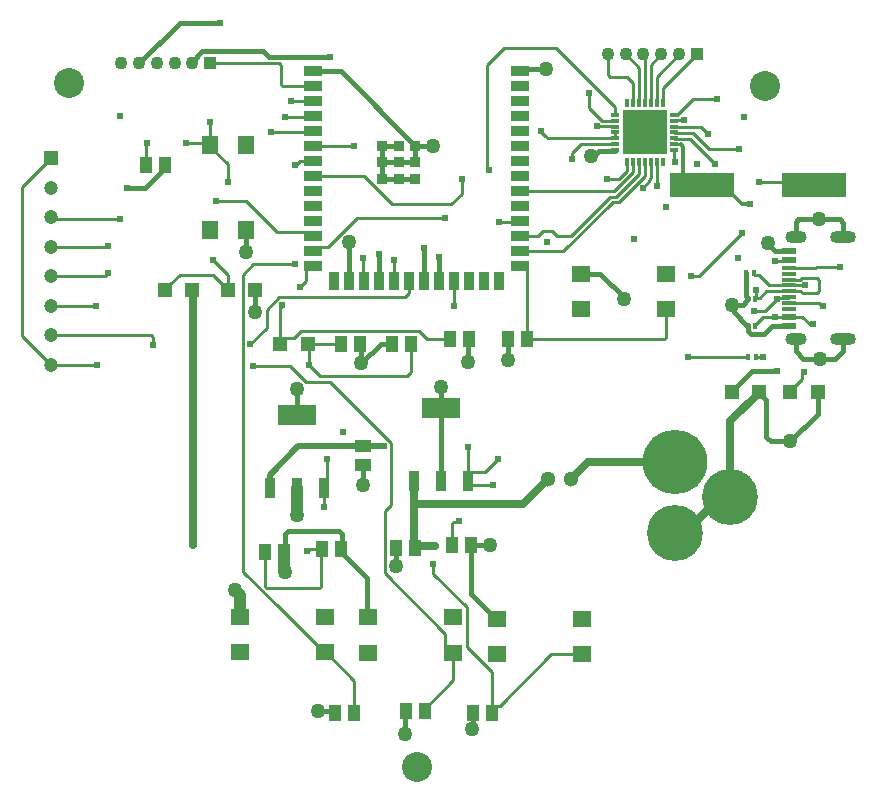
<source format=gbr>
%TF.GenerationSoftware,Altium Limited,Altium Designer,24.10.1 (45)*%
G04 Layer_Physical_Order=1*
G04 Layer_Color=255*
%FSLAX45Y45*%
%MOMM*%
%TF.SameCoordinates,A2E8F698-1A25-487F-A8AF-53517084677A*%
%TF.FilePolarity,Positive*%
%TF.FileFunction,Copper,L1,Top,Signal*%
%TF.Part,Single*%
G01*
G75*
%TA.AperFunction,SMDPad,CuDef*%
%ADD10R,5.50000X2.00000*%
%ADD11R,3.75000X3.75000*%
%ADD12R,0.80000X0.30000*%
%ADD13R,0.30000X0.80000*%
%ADD14R,1.15000X0.60000*%
%ADD15R,1.15000X0.30000*%
%ADD16R,0.35000X0.60000*%
%ADD17R,1.47000X1.02000*%
%ADD18R,1.02000X1.47000*%
%ADD19R,3.20000X1.80000*%
%ADD20R,0.95000X1.80000*%
%ADD21R,1.15000X1.25000*%
%ADD22R,1.60000X1.40000*%
%TA.AperFunction,ConnectorPad*%
%ADD23R,1.50000X0.90000*%
%ADD24R,0.90000X1.50000*%
%TA.AperFunction,BGAPad,CuDef*%
%ADD25R,0.90000X0.90000*%
%TA.AperFunction,SMDPad,CuDef*%
%ADD26R,1.40000X1.60000*%
%TA.AperFunction,Conductor*%
%ADD27C,0.25400*%
%ADD28C,0.30480*%
%ADD29C,0.38100*%
%ADD30C,1.01600*%
%ADD31C,0.63500*%
%ADD32C,0.50800*%
%ADD33C,0.66040*%
%TA.AperFunction,ViaPad*%
%ADD34C,2.54000*%
%TA.AperFunction,ComponentPad*%
G04:AMPARAMS|DCode=35|XSize=1mm|YSize=2.2mm|CornerRadius=0.5mm|HoleSize=0mm|Usage=FLASHONLY|Rotation=90.000|XOffset=0mm|YOffset=0mm|HoleType=Round|Shape=RoundedRectangle|*
%AMROUNDEDRECTD35*
21,1,1.00000,1.20000,0,0,90.0*
21,1,0.00000,2.20000,0,0,90.0*
1,1,1.00000,0.60000,0.00000*
1,1,1.00000,0.60000,0.00000*
1,1,1.00000,-0.60000,0.00000*
1,1,1.00000,-0.60000,0.00000*
%
%ADD35ROUNDEDRECTD35*%
G04:AMPARAMS|DCode=36|XSize=1mm|YSize=1.8mm|CornerRadius=0.5mm|HoleSize=0mm|Usage=FLASHONLY|Rotation=90.000|XOffset=0mm|YOffset=0mm|HoleType=Round|Shape=RoundedRectangle|*
%AMROUNDEDRECTD36*
21,1,1.00000,0.80000,0,0,90.0*
21,1,0.00000,1.80000,0,0,90.0*
1,1,1.00000,0.40000,0.00000*
1,1,1.00000,0.40000,0.00000*
1,1,1.00000,-0.40000,0.00000*
1,1,1.00000,-0.40000,0.00000*
%
%ADD36ROUNDEDRECTD36*%
%ADD37R,1.10000X1.10000*%
%ADD38C,1.10000*%
%ADD39R,1.20000X1.20000*%
%ADD40C,1.20000*%
%ADD41C,1.30000*%
%ADD42C,5.46000*%
%ADD43C,4.74000*%
%TA.AperFunction,ViaPad*%
%ADD44C,0.60960*%
%ADD45C,1.27000*%
D10*
X6261100Y5257800D02*
D03*
X7211101D02*
D03*
D11*
X5778500Y5702300D02*
D03*
D12*
X6028497Y5852297D02*
D03*
Y5802300D02*
D03*
Y5752297D02*
D03*
Y5702300D02*
D03*
Y5652298D02*
D03*
Y5602300D02*
D03*
Y5552298D02*
D03*
X5528498D02*
D03*
Y5602300D02*
D03*
Y5652298D02*
D03*
Y5702300D02*
D03*
Y5752297D02*
D03*
Y5802300D02*
D03*
Y5852297D02*
D03*
D13*
X5928497Y5452298D02*
D03*
X5878500D02*
D03*
X5828497D02*
D03*
X5778500D02*
D03*
X5728498D02*
D03*
X5678495D02*
D03*
X5628498D02*
D03*
Y5952297D02*
D03*
X5678495D02*
D03*
X5728498D02*
D03*
X5778500D02*
D03*
X5828497D02*
D03*
X5878500D02*
D03*
X5928497D02*
D03*
D14*
X6998101Y4701499D02*
D03*
Y4061501D02*
D03*
Y4141500D02*
D03*
Y4621500D02*
D03*
D15*
Y4556501D02*
D03*
Y4506498D02*
D03*
Y4456501D02*
D03*
Y4406499D02*
D03*
Y4356501D02*
D03*
Y4306499D02*
D03*
Y4256502D02*
D03*
Y4206499D02*
D03*
D16*
X6647700Y4292600D02*
D03*
X6712699D02*
D03*
X6700002Y4508500D02*
D03*
X6634998D02*
D03*
X6712702Y4064000D02*
D03*
X6647698D02*
D03*
X6719799Y3797300D02*
D03*
X6654800D02*
D03*
D17*
X3390900Y2888000D02*
D03*
Y3048000D02*
D03*
D18*
X1558300Y5422900D02*
D03*
X1718300D02*
D03*
X4149100Y2209800D02*
D03*
X4309100D02*
D03*
X3670300Y2184400D02*
D03*
X3830300D02*
D03*
X3208000Y2171700D02*
D03*
X3048000D02*
D03*
X2725400Y2146300D02*
D03*
X2565400D02*
D03*
X4127500Y3949700D02*
D03*
X4287500D02*
D03*
X3158500Y787400D02*
D03*
X3318500D02*
D03*
X3209300Y3911600D02*
D03*
X3369300D02*
D03*
X3915400Y800100D02*
D03*
X3755400D02*
D03*
X4779000Y3949700D02*
D03*
X4619000D02*
D03*
X4486900Y787400D02*
D03*
X4326900D02*
D03*
X3641100Y3911600D02*
D03*
X3801100D02*
D03*
D19*
X2830698Y3312404D02*
D03*
X4051300Y3370702D02*
D03*
D20*
X3060700Y2692400D02*
D03*
X2830698D02*
D03*
X2600696D02*
D03*
X3821298Y2750698D02*
D03*
X4051300D02*
D03*
X4281302D02*
D03*
D21*
X6746900Y3505200D02*
D03*
X6511900D02*
D03*
X7242200D02*
D03*
X7007200D02*
D03*
X2692400Y3911600D02*
D03*
X2927401D02*
D03*
X1946300Y4368800D02*
D03*
X1711300D02*
D03*
X2244700D02*
D03*
X2479700D02*
D03*
D22*
X5240701Y4206098D02*
D03*
X5960699D02*
D03*
X5240701Y4506102D02*
D03*
X5960699D02*
D03*
X3069499Y1600200D02*
D03*
X2349500D02*
D03*
X3069499Y1300201D02*
D03*
X2349500D02*
D03*
X5249499Y1585102D02*
D03*
X4529501D02*
D03*
X5249499Y1285098D02*
D03*
X4529501D02*
D03*
X4157299Y1597797D02*
D03*
X3437301D02*
D03*
X4157299Y1297798D02*
D03*
X3437301D02*
D03*
D23*
X2970398Y6220597D02*
D03*
Y6093597D02*
D03*
Y5966597D02*
D03*
Y5839597D02*
D03*
Y5712597D02*
D03*
Y5585597D02*
D03*
Y5458597D02*
D03*
Y5331597D02*
D03*
Y5204597D02*
D03*
Y5077597D02*
D03*
Y4950597D02*
D03*
Y4823597D02*
D03*
Y4696597D02*
D03*
Y4569597D02*
D03*
X4720402D02*
D03*
Y4696597D02*
D03*
Y4823597D02*
D03*
Y4950597D02*
D03*
Y5077597D02*
D03*
Y5204597D02*
D03*
Y5331597D02*
D03*
Y5458597D02*
D03*
Y5585597D02*
D03*
Y5712597D02*
D03*
Y5839597D02*
D03*
Y5966597D02*
D03*
Y6093597D02*
D03*
Y6220597D02*
D03*
D24*
X3146903Y4444599D02*
D03*
X3273903D02*
D03*
X3400903D02*
D03*
X3527903D02*
D03*
X3654903D02*
D03*
X3781903D02*
D03*
X3908903D02*
D03*
X4035903D02*
D03*
X4162903D02*
D03*
X4289903D02*
D03*
X4416903D02*
D03*
X4543903D02*
D03*
D25*
X3695400Y5448600D02*
D03*
Y5588599D02*
D03*
X3555401D02*
D03*
Y5448600D02*
D03*
Y5308600D02*
D03*
X3695400D02*
D03*
X3835400D02*
D03*
Y5448600D02*
D03*
Y5588599D02*
D03*
D26*
X2397902Y4872401D02*
D03*
Y5592399D02*
D03*
X2097898Y4872401D02*
D03*
Y5592399D02*
D03*
D27*
X2463800Y4584700D02*
X2819400D01*
X2374900Y4495800D02*
X2463800Y4584700D01*
X3781903Y4340703D02*
Y4444599D01*
X3748093Y4306893D02*
X3781903Y4340703D01*
X2681109Y4306893D02*
X3748093D01*
X2575712Y4201496D02*
X2681109Y4306893D01*
X2705100Y4232177D02*
Y4241800D01*
X6104907Y5804600D02*
X6111458Y5811151D01*
X6030797Y5804600D02*
X6104907D01*
X6081964Y5749812D02*
X6083616Y5748159D01*
X6034715Y5749997D02*
X6067836D01*
X6068022Y5749812D02*
X6081964D01*
X6067836Y5749997D02*
X6068022Y5749812D01*
X6083616Y5748159D02*
X6253341D01*
X6031953Y5752759D02*
X6034715Y5749997D01*
X6253341Y5748159D02*
X6311900Y5689600D01*
X6028605Y5652406D02*
X6030905Y5650106D01*
X6160894D01*
X6375400Y5435600D01*
X6028499Y5602298D02*
X6083067D01*
X6028497Y5602300D02*
X6028499Y5602298D01*
X7111308Y4469892D02*
X7236821D01*
X7251700Y4455013D01*
X7111308Y4343908D02*
X7236821D01*
X7251700Y4358787D01*
Y4455013D01*
X5234000Y5602300D02*
X5528498D01*
X5161376Y5529676D02*
X5234000Y5602300D01*
X5161376Y5476908D02*
Y5529676D01*
X4954445Y5652298D02*
X5160408D01*
X5161134Y5653024D01*
X5367097D01*
X4874397Y4823597D02*
X4914900Y4864100D01*
X4720402Y4823597D02*
X4874397D01*
X4914900Y4864100D02*
X4991100D01*
X5031603Y4823597D01*
X5150773D01*
X3654903Y4444599D02*
X3657600Y4447296D01*
Y4622800D01*
X2972801Y5588000D02*
X3314700D01*
X2781300Y5969000D02*
X2967995D01*
X2970398Y5966597D01*
X5301796Y5912488D02*
X5411984Y5802300D01*
X5301796Y5912488D02*
Y6038396D01*
X2933700Y3733800D02*
X3029712Y3637788D01*
X2933700Y3733800D02*
Y3905301D01*
X3029712Y3637788D02*
X3762609D01*
X2927401Y3911600D02*
X2933700Y3905301D01*
X2777381Y3721100D02*
X2905905Y3592576D01*
X2463800Y3721100D02*
X2777381D01*
X2600696Y2692400D02*
X2602421Y2694125D01*
X6743700Y5283200D02*
X7185701D01*
X7211101Y5257800D01*
X6324600Y5562600D02*
X6578600D01*
X6028497Y5477703D02*
Y5552298D01*
Y5477703D02*
X6032500Y5473700D01*
Y5448300D02*
Y5473700D01*
X6187200Y5700000D02*
X6324600Y5562600D01*
X6028497Y5702300D02*
X6030797Y5700000D01*
X6187200D01*
X6028497Y5802300D02*
X6030797Y5804600D01*
X5528498Y5652298D02*
Y5702300D01*
X4229100Y5181600D02*
Y5308600D01*
X5367097Y5653024D02*
X5367823Y5652298D01*
X5528498D01*
X4445000Y5397500D02*
Y6273800D01*
Y5397500D02*
X4457700Y5384800D01*
X4445000Y6273800D02*
X4586971Y6415771D01*
X5027113D01*
X5528498Y5914386D01*
Y5852297D02*
Y5914386D01*
X4936485Y5670258D02*
X4954445Y5652298D01*
X4936485Y5670258D02*
Y5671093D01*
X4902200Y5705377D02*
X4936485Y5671093D01*
X4902200Y5705377D02*
Y5715000D01*
X5372100Y5753100D02*
X5372501Y5752699D01*
X5528097D01*
X4720402Y5204597D02*
X5517836D01*
X5678495Y5365256D01*
X5150773Y4823597D02*
X5486561Y5159385D01*
X5087713Y4696597D02*
X5505289Y5114173D01*
X5810574Y5284613D02*
Y5302574D01*
X5728498Y5351319D02*
Y5452298D01*
X5536564Y5159385D02*
X5728498Y5351319D01*
X5810574Y5302574D02*
X5828497Y5320497D01*
X5678495Y5365256D02*
Y5452298D01*
X5764201Y5233999D02*
Y5238240D01*
X5810574Y5284613D01*
X5555291Y5114173D02*
X5778500Y5337382D01*
X5505289Y5114173D02*
X5555291D01*
X5778500Y5337382D02*
Y5452298D01*
X5486561Y5159385D02*
X5536564D01*
X5628498Y5379198D02*
Y5452298D01*
X5557900Y5308600D02*
X5628498Y5379198D01*
X5461000Y5308600D02*
X5557900D01*
X5828497Y5320497D02*
Y5452298D01*
X4720402Y4696597D02*
X5087713D01*
X3002698Y4728897D02*
X3094516D01*
X3344019Y4978400D01*
X4089400D01*
X2970398Y4696597D02*
X3002698Y4728897D01*
X6792871Y4191000D02*
X6895380Y4293509D01*
X6705600Y4191000D02*
X6792871D01*
X2940398Y4569597D02*
X2970398D01*
X2908098Y4444798D02*
Y4537297D01*
X2940398Y4569597D01*
X2857500Y4394200D02*
X2908098Y4444798D01*
X6715499Y4300320D02*
Y4365999D01*
Y4295401D02*
Y4300320D01*
X6717499Y4302320D01*
X6172200Y4483100D02*
X6235700D01*
X6604000Y4851400D01*
X6715499Y4365999D02*
X6718300Y4368800D01*
X6712699Y4292600D02*
X6715499Y4295401D01*
X4140200Y5092700D02*
X4229100Y5181600D01*
X3635321Y5092700D02*
X4140200D01*
X2970398Y5331597D02*
X3396424D01*
X3635321Y5092700D01*
X6719799Y3797300D02*
X6781800D01*
X7175500Y4076700D02*
X7200900D01*
X7110700Y4141500D02*
X7175500Y4076700D01*
X6998101Y4141500D02*
X7110700D01*
X4710105Y4940300D02*
X4720402Y4950597D01*
X4546600Y4940300D02*
X4710105D01*
X5879300Y5245900D02*
Y5451498D01*
X5878500Y5452298D02*
X5879300Y5451498D01*
Y5245900D02*
X5880100Y5245100D01*
X4486900Y809900D02*
Y1131720D01*
Y787400D02*
Y809900D01*
X2970398Y5585597D02*
X2972801Y5588000D01*
X3987800Y1963275D02*
Y2044700D01*
X4269811Y1348808D02*
Y1681264D01*
Y1348808D02*
X4486900Y1131720D01*
X3987800Y1963275D02*
X4269811Y1681264D01*
X7225438Y4556501D02*
X7228237Y4559300D01*
X6998101Y4556501D02*
X7225438D01*
X7228237Y4559300D02*
X7429500D01*
X6740723Y4498777D02*
X6833001Y4406499D01*
X6992402Y4615800D02*
X6998101Y4621500D01*
X6889100Y4615800D02*
X6992402D01*
X6883400Y4610100D02*
X6889100Y4615800D01*
X7280177Y4229100D02*
X7289800D01*
X7112000Y3615000D02*
Y3657600D01*
X7124700Y3670300D01*
X7007200Y3505200D02*
Y3510200D01*
X7112000Y3615000D01*
X3086100Y2717800D02*
Y2933700D01*
X3060700Y2692400D02*
X3086100Y2717800D01*
X2921000Y2159000D02*
X2930623D01*
X2943323Y2171700D01*
X3048000D01*
X3060700Y2527300D02*
Y2692400D01*
X2960101Y5702300D02*
X2970398Y5712597D01*
X2616200Y5702300D02*
X2960101D01*
X2120900Y4622800D02*
X2244700Y4499000D01*
Y4373800D02*
Y4499000D01*
X3113208Y3592576D02*
X3631692Y3074092D01*
Y2551393D02*
Y3074092D01*
X3574288Y2493989D02*
X3631692Y2551393D01*
X4089999Y1355098D02*
Y1455578D01*
X3574288Y1971289D02*
X4089999Y1455578D01*
X2905905Y3592576D02*
X3113208D01*
X4089999Y1355098D02*
X4147299Y1297798D01*
X3574288Y1971289D02*
Y2493989D01*
X4147299Y1297798D02*
X4157299D01*
X2821601Y5422900D02*
X2857298Y5458597D01*
X2970398D01*
X2819400Y5422900D02*
X2821601D01*
X2374900Y1982940D02*
Y4495800D01*
Y1982940D02*
X2693969Y1663870D01*
X2695829D02*
X3059499Y1300201D01*
X3069499D01*
X2693969Y1663870D02*
X2695829D01*
X3762609Y3637788D02*
X3797300Y3672479D01*
Y3907800D01*
X2692400Y3916600D02*
Y4219477D01*
X3933479Y3949700D02*
X4127500D01*
X3865567Y4017612D02*
X3933479Y3949700D01*
X2867434Y4017612D02*
X3865567D01*
X2737200Y3961400D02*
X2811222D01*
X2867434Y4017612D01*
X2692400Y3916600D02*
X2737200Y3961400D01*
X2692400Y3911600D02*
Y3916600D01*
X3069499Y1300201D02*
X3079499D01*
X6998101Y4256502D02*
X7252776D01*
X7280177Y4229100D01*
X6915692Y4304199D02*
X6995801D01*
X6905003Y4293509D02*
X6915692Y4304199D01*
X6895380Y4293509D02*
X6905003D01*
X6995801Y4304199D02*
X6998101Y4306499D01*
X6753420Y4302320D02*
X6807601Y4356501D01*
X6717499Y4302320D02*
X6753420D01*
X6807601Y4356501D02*
X6998101D01*
X7000401Y4358801D01*
X7095617Y4454201D02*
X7111308Y4469892D01*
X7096415Y4358801D02*
X7111308Y4343908D01*
X7000401Y4454201D02*
X7095617D01*
X7000401Y4358801D02*
X7096415D01*
X6998101Y4406499D02*
X7136999D01*
X7137400Y4406900D01*
X6998101Y4456501D02*
X7000401Y4454201D01*
X6717502Y4081300D02*
X6776402Y4140200D01*
X6712702Y4064000D02*
X6717502Y4068800D01*
X6776402Y4140200D02*
X6883400D01*
X6717502Y4068800D02*
Y4081300D01*
X6884050Y4140850D02*
X6997451D01*
X6883400Y4140200D02*
X6884050Y4140850D01*
X6997451D02*
X6998101Y4141500D01*
X5956300Y4201698D02*
X5960699Y4206098D01*
X5956300Y3964579D02*
Y4201698D01*
X4779000Y3949700D02*
X5941421D01*
X5956300Y3964579D01*
X3797300Y3907800D02*
X3801100Y3911600D01*
X3830300Y2184400D02*
X3843000Y2197100D01*
X2199900Y4418600D02*
X2244700Y4373800D01*
X2117700Y4495800D02*
X2194900Y4418600D01*
X2244700Y4368800D02*
Y4373800D01*
X2194900Y4418600D02*
X2199900D01*
X1838300Y4495800D02*
X2117700D01*
X1761100Y4418600D02*
X1838300Y4495800D01*
X1711300Y4368800D02*
Y4373800D01*
X1756100Y4418600D01*
X1761100D01*
X3390900Y4454601D02*
Y4635500D01*
Y4454601D02*
X3400903Y4444599D01*
X749300Y4483801D02*
X1207201D01*
X1231900Y4508500D01*
X4279900Y2752100D02*
X4281302Y2750698D01*
X4279900Y2752100D02*
Y3035300D01*
X4281302Y2750698D02*
X4314200Y2717800D01*
X4495800D01*
X4158796Y2406196D02*
X4196896D01*
X4149100Y2396500D02*
X4158796Y2406196D01*
X4196896D02*
X4203700Y2413000D01*
X4149100Y2209800D02*
Y2396500D01*
X3035300Y2159000D02*
X3048000Y2171700D01*
X3020421Y1841500D02*
X3035300Y1856379D01*
X2580279Y1841500D02*
X3020421D01*
X3035300Y1856379D02*
Y2159000D01*
X2565400Y1856379D02*
X2580279Y1841500D01*
X2565400Y1856379D02*
Y2146300D01*
X3318500Y787400D02*
Y1061199D01*
X3079499Y1300201D02*
X3318500Y1061199D01*
X6146800Y3797300D02*
X6654800D01*
X4428198Y2827998D02*
X4533900Y2933700D01*
X4281302Y2750698D02*
Y2793198D01*
X4316102Y2827998D01*
X4428198D01*
X3821298Y2193402D02*
X3830300Y2184400D01*
X5528097Y5752699D02*
X5528498Y5752297D01*
X5411984Y5802300D02*
X5528498D01*
X2692400Y4219477D02*
X2705100Y4232177D01*
X1125596Y4233804D02*
X1130300Y4229100D01*
X2438400Y3911600D02*
X2575712Y4048912D01*
Y4201496D01*
X2960101Y5829300D02*
X2970398Y5839597D01*
X2730500Y5829300D02*
X2960101D01*
X2146300Y5118100D02*
X2400909D01*
X749300Y3983802D02*
X1598021D01*
X1612900Y3898900D02*
Y3968923D01*
X1598021Y3983802D02*
X1612900Y3968923D01*
X749300Y4233804D02*
X1125596D01*
X4165600Y4229100D02*
Y4441901D01*
X4162903Y4444599D02*
X4165600Y4441901D01*
X749300Y4733803D02*
X750948Y4735452D01*
X1230252D01*
X1231900Y4737100D01*
X2400909Y5118100D02*
X2663111Y4855897D01*
X2938098D01*
X2970398Y4823597D01*
X749300Y4983800D02*
X767400Y4965700D01*
X1333500D01*
X2097898Y5582399D02*
Y5592399D01*
Y5582399D02*
X2247900Y5432397D01*
Y5283200D02*
Y5432397D01*
X4720402Y4569597D02*
X4746700D01*
X4779000Y3949700D02*
Y4537297D01*
X4746700Y4569597D02*
X4779000Y4537297D01*
X508000Y3975100D02*
Y5242504D01*
Y3975100D02*
X749300Y3733800D01*
X508000Y5242504D02*
X749300Y5483804D01*
X1892300Y5613400D02*
X2076897D01*
X2095500Y5594797D01*
X1558300Y5609600D02*
X1562100Y5613400D01*
X1558300Y5422900D02*
Y5609600D01*
X6182900Y5981700D02*
X6388100D01*
X6053497Y5852297D02*
X6182900Y5981700D01*
X6028497Y5852297D02*
X6053497D01*
X5465801Y6187079D02*
Y6362700D01*
Y6187079D02*
X5480680Y6172200D01*
X5626100D02*
X5676195Y6122105D01*
X5480680Y6172200D02*
X5626100D01*
X5676195Y5954597D02*
Y6122105D01*
X5928497Y5952297D02*
Y6075396D01*
X6215802Y6362700D01*
X5878500Y5952297D02*
Y6175395D01*
X6065804Y6362700D01*
X5828497Y6275395D02*
X5915802Y6362700D01*
X5828497Y5952297D02*
Y6275395D01*
X5615803Y6362700D02*
X5728498Y6250005D01*
Y5957098D02*
Y6250005D01*
X5727700Y5956300D02*
X5728498Y5957098D01*
X5727700Y5956300D02*
X5728498Y5955502D01*
Y5952297D02*
Y5955502D01*
X5778500Y5952297D02*
Y6350000D01*
X5676195Y5954597D02*
X5678495Y5952297D01*
X6700002Y4503577D02*
Y4508500D01*
Y4503577D02*
X6704802Y4498777D01*
X6740723D01*
X6833001Y4406499D02*
X6998101D01*
X749300Y3733800D02*
X1143000D01*
X2927401Y3911600D02*
X3209300D01*
X2095500Y5594797D02*
Y5791200D01*
X2096201Y6286500D02*
X2680038D01*
X2694917Y6108476D02*
X2709796Y6093597D01*
X2970398D01*
X2694917Y6108476D02*
Y6271621D01*
X2680038Y6286500D02*
X2694917Y6271621D01*
X3915400Y822600D02*
X4157299Y1064499D01*
X3915400Y800100D02*
Y822600D01*
X4157299Y1064499D02*
Y1297798D01*
X4547700Y848200D02*
X4984598Y1285098D01*
X5249499D01*
X4486900Y809900D02*
X4525200Y848200D01*
X4547700D01*
D28*
X6083067Y5602298D02*
X6103549Y5581817D01*
X6601200Y5092700D02*
X6667500D01*
X6436100Y5257800D02*
X6601200Y5092700D01*
X6261100Y5257800D02*
X6436100D01*
X6103549Y5342560D02*
Y5581817D01*
Y5342560D02*
X6188309Y5257800D01*
X6261100D01*
D29*
X5392744Y5548438D02*
X5524500D01*
X5320325Y5500075D02*
X5344381D01*
X5392744Y5548438D01*
X7251700Y4965700D02*
X7429500D01*
X7077920D02*
X7251700D01*
X3275251Y4773851D02*
X3276600Y4775200D01*
X3273903Y4772503D02*
X3275251Y4773851D01*
X3110738Y6338062D02*
X3111500Y6337300D01*
X2593716Y6338062D02*
X3110738D01*
X2543678Y6388100D02*
X2593716Y6338062D01*
X2032842Y6388100D02*
X2543678D01*
X4035903Y4444599D02*
X4037251Y4445947D01*
Y4646851D01*
X4038600Y4648200D01*
X4309100Y2209800D02*
X4470400D01*
X3273903Y4444599D02*
Y4772503D01*
X7118987Y3784600D02*
X7264400D01*
X7055602Y3847985D02*
X7118987Y3784600D01*
X7264400D02*
X7391400D01*
X6746900Y3500200D02*
X6807200Y3439900D01*
X6845300Y3086100D02*
X7010400D01*
X6807200Y3124200D02*
X6845300Y3086100D01*
X6807200Y3124200D02*
Y3439900D01*
X7010400Y3086100D02*
X7242200Y3317900D01*
Y3505200D01*
X6032500Y2311400D02*
X6117501D01*
X6417500Y2611399D02*
X6502502D01*
X3543300Y3911600D02*
X3641100D01*
X3378200Y3746500D02*
X3543300Y3911600D01*
X3369300D02*
X3373750Y3907150D01*
Y3750950D02*
Y3907150D01*
Y3750950D02*
X3378200Y3746500D01*
X6852559Y4061501D02*
X6998101D01*
X6786197Y3995138D02*
X6852559Y4061501D01*
X6649248Y4024995D02*
X6679105Y3995138D01*
X6786197D01*
X6649248Y4024995D02*
Y4062450D01*
X6647698Y4064000D02*
X6649248Y4062450D01*
X6511900Y3505200D02*
Y3510200D01*
X6684700Y3683000D01*
X6896100D01*
X3670300Y2032000D02*
Y2184400D01*
X5399898Y4506102D02*
X5600700Y4305300D01*
Y4292600D02*
Y4305300D01*
X5240701Y4506102D02*
X5399898D01*
X2730500Y2151400D02*
Y2301782D01*
X2752818Y2324100D02*
X3190782D01*
X2730500Y2301782D02*
X2752818Y2324100D01*
X2725400Y2146300D02*
X2730500Y2151400D01*
X3190782Y2324100D02*
X3213100Y2301782D01*
X4051300Y2750698D02*
Y3370702D01*
Y3543300D01*
X3213100Y2176800D02*
Y2301782D01*
X3208000Y2171700D02*
X3213100Y2176800D01*
X3429000Y1599496D02*
Y1928200D01*
X3208000Y2149200D02*
X3429000Y1928200D01*
X3427301Y1597797D02*
X3429000Y1599496D01*
X3208000Y2149200D02*
Y2171700D01*
X4309100Y1795503D02*
Y2209800D01*
Y1795503D02*
X4519501Y1585102D01*
X4529501D01*
X4720402Y6220597D02*
X4735505Y6235700D01*
X4940300D01*
X3908903Y4444599D02*
X3910251Y4445947D01*
Y4723051D01*
X3911600Y4724400D01*
X3835400Y5588599D02*
X3987201D01*
X3987800Y5588000D01*
X1839102Y6629400D02*
X2184400D01*
X1496202Y6286500D02*
X1839102Y6629400D01*
X3529251Y4672251D02*
X3530600Y4673600D01*
X3527903Y4444599D02*
X3529251Y4445947D01*
Y4672251D01*
X1946204Y6286500D02*
Y6301462D01*
X2032842Y6388100D01*
X2479700Y4181500D02*
Y4368800D01*
X2476500Y4178300D02*
X2479700Y4181500D01*
X1397000Y5232400D02*
X1550300D01*
X1718300Y5400400D01*
Y5422900D01*
X2970398Y6220597D02*
X3203402D01*
X3835400Y5588599D01*
X3695400Y5308600D02*
X3835400D01*
X3555401D02*
X3695400D01*
X3555401Y5448600D02*
Y5588599D01*
Y5308600D02*
Y5448600D01*
X3835400D02*
Y5588599D01*
X3695400Y5448600D02*
X3835400D01*
X3555401D02*
X3695400D01*
X3555401Y5588599D02*
X3695400D01*
X6515100Y4241800D02*
X6606300D01*
X6532110Y4179588D02*
Y4224790D01*
X6636748Y4074950D02*
X6646148D01*
X6647698Y4073400D01*
X6532110Y4179588D02*
X6636748Y4074950D01*
X6647698Y4064000D02*
Y4073400D01*
X5765800Y6362700D02*
X5778500Y6350000D01*
X6880901Y4701499D02*
X6998101D01*
X6819900Y4762500D02*
X6880901Y4701499D01*
X7429500Y4965700D02*
X7455601Y4939599D01*
Y4813498D02*
Y4939599D01*
X7055602Y4813498D02*
Y4943382D01*
X7077920Y4965700D01*
X7455601Y3848801D02*
Y3949502D01*
X7391400Y3784600D02*
X7455601Y3848801D01*
X7055602Y3847985D02*
Y3949502D01*
X6515100Y4241800D02*
X6532110Y4224790D01*
X6647700Y4292600D02*
Y4302000D01*
X6634998Y4314702D02*
Y4508500D01*
Y4314702D02*
X6647700Y4302000D01*
X6606300Y4241800D02*
X6646150Y4281650D01*
X2397902Y4688698D02*
X2400300Y4686300D01*
X2397902Y4688698D02*
Y4872401D01*
X2830698Y3312404D02*
X2832100Y3313806D01*
Y3530600D01*
X4620900Y3773800D02*
Y3947800D01*
X4619000Y3949700D02*
X4620900Y3947800D01*
Y3773800D02*
X4622800Y3771900D01*
X4283700Y3945900D02*
X4287500Y3949700D01*
X4279900Y3759200D02*
X4283700Y3763000D01*
Y3945900D01*
X3750950Y795650D02*
X3755400Y800100D01*
X3750950Y614050D02*
Y795650D01*
X3746500Y609600D02*
X3750950Y614050D01*
X3390900Y2717800D02*
Y2888000D01*
X4318000Y647700D02*
X4326900Y656600D01*
Y787400D01*
X3145800Y800100D02*
X3158500Y787400D01*
X3009900Y800100D02*
X3145800D01*
D30*
X2831399Y2464501D02*
Y2691699D01*
Y2464501D02*
X2832100Y2463800D01*
X2830698Y2692400D02*
X2831399Y2691699D01*
X2311400Y1821927D02*
Y1828800D01*
Y1821927D02*
X2349500Y1783827D01*
Y1600200D02*
Y1783827D01*
X3427301Y1597797D02*
X3437301D01*
X2725600Y1986100D02*
Y2146100D01*
X2725400Y2146300D02*
X2725600Y2146100D01*
Y1986100D02*
X2730500Y1981200D01*
D31*
X1955800Y2209800D02*
Y4359300D01*
X1946300Y4368800D02*
X1955800Y4359300D01*
X3821298Y2559745D02*
X4747346D01*
X4956200Y2768600D01*
X3821298Y2559745D02*
Y2750698D01*
Y2193402D02*
Y2559745D01*
X5156200Y2768600D02*
X5298999Y2911399D01*
X6032500D01*
X6117501Y2311400D02*
X6417500Y2611399D01*
X6502502Y3255801D02*
X6746900Y3500200D01*
X3843000Y2197100D02*
X4000500D01*
D32*
X2602421Y2805621D02*
X2844800Y3048000D01*
X3390900D01*
X2602421Y2694125D02*
Y2805621D01*
X3390900Y3048000D02*
X3568700D01*
D33*
X6502502Y2611399D02*
Y3255801D01*
D34*
X901700Y6121400D02*
D03*
X3848100Y330200D02*
D03*
X6794500Y6096000D02*
D03*
D35*
X7455601Y3949502D02*
D03*
Y4813498D02*
D03*
D36*
X7055602Y3949502D02*
D03*
Y4813498D02*
D03*
D37*
X2096201Y6286500D02*
D03*
X6215802Y6362700D02*
D03*
D38*
X1946204Y6286500D02*
D03*
X1796202D02*
D03*
X1646199D02*
D03*
X1496202D02*
D03*
X1346200D02*
D03*
X6065804Y6362700D02*
D03*
X5915802D02*
D03*
X5765800D02*
D03*
X5615803D02*
D03*
X5465801D02*
D03*
D39*
X749300Y5483804D02*
D03*
D40*
Y5233802D02*
D03*
Y4983800D02*
D03*
Y4733803D02*
D03*
Y4483801D02*
D03*
Y4233804D02*
D03*
Y3983802D02*
D03*
Y3733800D02*
D03*
D41*
X5156200Y2768600D02*
D03*
X4956200D02*
D03*
D42*
X6032500Y2911399D02*
D03*
D43*
Y2311400D02*
D03*
X6502502Y2611399D02*
D03*
D44*
X2705100Y4241800D02*
D03*
X6111458Y5811151D02*
D03*
X3111500Y6337300D02*
D03*
X3657600Y4622800D02*
D03*
X3314700Y5588000D02*
D03*
X2781300Y5969000D02*
D03*
X5301796Y6038396D02*
D03*
X5161376Y5476908D02*
D03*
X2933700Y3733800D02*
D03*
X2463800Y3721100D02*
D03*
X6667500Y5092700D02*
D03*
X6223000Y5435600D02*
D03*
X6743700Y5283200D02*
D03*
X6375400Y5435600D02*
D03*
X6578600Y5562600D02*
D03*
X6616700Y5829300D02*
D03*
X6311900Y5689600D02*
D03*
X6032500Y5448300D02*
D03*
X5956300Y5067300D02*
D03*
X6565900Y4635500D02*
D03*
X4953000Y4775200D02*
D03*
X4229100Y5308600D02*
D03*
X4457700Y5384800D02*
D03*
X4902200Y5715000D02*
D03*
X5372100Y5753100D02*
D03*
X5764201Y5233999D02*
D03*
X4089400Y4978400D02*
D03*
X6705600Y4191000D02*
D03*
X2857500Y4394200D02*
D03*
X6172200Y4483100D02*
D03*
X6718300Y4368800D02*
D03*
X5461000Y5308600D02*
D03*
X6781800Y3797300D02*
D03*
X7200900Y4076700D02*
D03*
X3225800Y3162300D02*
D03*
X6604000Y4851400D02*
D03*
X5689600Y4800600D02*
D03*
X4546600Y4940300D02*
D03*
X5880100Y5245100D02*
D03*
X4038600Y4648200D02*
D03*
X3987800Y2044700D02*
D03*
X7429500Y4559300D02*
D03*
X6883400Y4610100D02*
D03*
X7289800Y4229100D02*
D03*
X7124700Y3670300D02*
D03*
X3086100Y2933700D02*
D03*
X2921000Y2159000D02*
D03*
X3060700Y2527300D02*
D03*
X2616200Y5702300D02*
D03*
X2120900Y4622800D02*
D03*
X2819400Y5422900D02*
D03*
Y4584700D02*
D03*
X6895380Y4293509D02*
D03*
X7137400Y4406900D02*
D03*
X6883400Y4140200D02*
D03*
X6896100Y3683000D02*
D03*
X4000500Y2197100D02*
D03*
X1955800Y2209800D02*
D03*
X3390900Y4635500D02*
D03*
X1231900Y4508500D02*
D03*
X4279900Y3035300D02*
D03*
X3568700Y3048000D02*
D03*
X4495800Y2717800D02*
D03*
X4203700Y2413000D02*
D03*
X6146800Y3797300D02*
D03*
X4533900Y2933700D02*
D03*
X1333500Y5842000D02*
D03*
X3911600Y4724400D02*
D03*
X2184400Y6629400D02*
D03*
X3530600Y4673600D02*
D03*
X2730500Y5829300D02*
D03*
X2146300Y5118100D02*
D03*
X2438400Y3911600D02*
D03*
X1612900Y3898900D02*
D03*
X1397000Y5232400D02*
D03*
X1130300Y4229100D02*
D03*
X4165600D02*
D03*
X1231900Y4737100D02*
D03*
X1333500Y4965700D02*
D03*
X2247900Y5283200D02*
D03*
X1892300Y5613400D02*
D03*
X1562100D02*
D03*
X6388100Y5981700D02*
D03*
X1143000Y3733800D02*
D03*
X2095500Y5791200D02*
D03*
D45*
X5320325Y5500075D02*
D03*
X2832100Y2463800D02*
D03*
X4470400Y2209800D02*
D03*
X3275251Y4773851D02*
D03*
X7010400Y3086100D02*
D03*
X3378200Y3746500D02*
D03*
X3670300Y2032000D02*
D03*
X5600700Y4292600D02*
D03*
X4940300Y6235700D02*
D03*
X3987201Y5588599D02*
D03*
X2479700Y4181500D02*
D03*
X6819900Y4762500D02*
D03*
X7251700Y4965700D02*
D03*
X7264400Y3784600D02*
D03*
X6515100Y4241800D02*
D03*
X2400300Y4686300D02*
D03*
X4051300Y3543300D02*
D03*
X4622800Y3771900D02*
D03*
X4279900Y3759200D02*
D03*
X3746500Y609600D02*
D03*
X3390900Y2717800D02*
D03*
X4318000Y647700D02*
D03*
X3009900Y800100D02*
D03*
X2311400Y1828800D02*
D03*
X2730500Y1981200D02*
D03*
X2832100Y3530600D02*
D03*
%TF.MD5,382a5176b3e16bd727943a732f400eb5*%
M02*

</source>
